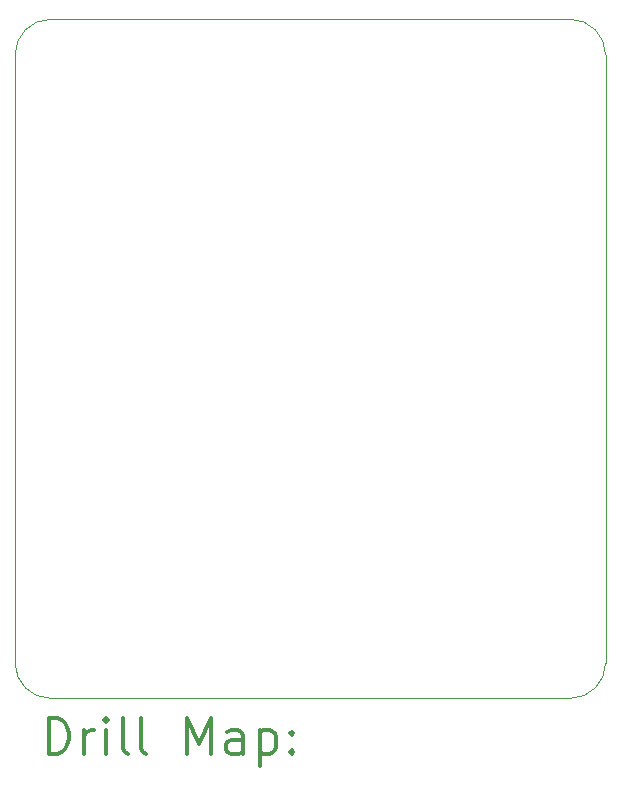
<source format=gbr>
%FSLAX45Y45*%
G04 Gerber Fmt 4.5, Leading zero omitted, Abs format (unit mm)*
G04 Created by KiCad (PCBNEW (5.1.10)-1) date 2021-12-14 19:18:38*
%MOMM*%
%LPD*%
G01*
G04 APERTURE LIST*
%TA.AperFunction,Profile*%
%ADD10C,0.050000*%
%TD*%
%ADD11C,0.200000*%
%ADD12C,0.300000*%
G04 APERTURE END LIST*
D10*
X12750000Y-6700000D02*
X17150000Y-6700000D01*
X12450000Y-12150000D02*
X12450000Y-7000000D01*
X17150000Y-12450000D02*
X12750000Y-12450000D01*
X17450000Y-7000000D02*
X17450000Y-12150000D01*
X12750000Y-12450000D02*
G75*
G02*
X12450000Y-12150000I0J300000D01*
G01*
X17450000Y-12150000D02*
G75*
G02*
X17150000Y-12450000I-300000J0D01*
G01*
X17150000Y-6700000D02*
G75*
G02*
X17450000Y-7000000I0J-300000D01*
G01*
X12450000Y-7000000D02*
G75*
G02*
X12750000Y-6700000I300000J0D01*
G01*
D11*
D12*
X12733928Y-12918214D02*
X12733928Y-12618214D01*
X12805357Y-12618214D01*
X12848214Y-12632500D01*
X12876786Y-12661071D01*
X12891071Y-12689643D01*
X12905357Y-12746786D01*
X12905357Y-12789643D01*
X12891071Y-12846786D01*
X12876786Y-12875357D01*
X12848214Y-12903929D01*
X12805357Y-12918214D01*
X12733928Y-12918214D01*
X13033928Y-12918214D02*
X13033928Y-12718214D01*
X13033928Y-12775357D02*
X13048214Y-12746786D01*
X13062500Y-12732500D01*
X13091071Y-12718214D01*
X13119643Y-12718214D01*
X13219643Y-12918214D02*
X13219643Y-12718214D01*
X13219643Y-12618214D02*
X13205357Y-12632500D01*
X13219643Y-12646786D01*
X13233928Y-12632500D01*
X13219643Y-12618214D01*
X13219643Y-12646786D01*
X13405357Y-12918214D02*
X13376786Y-12903929D01*
X13362500Y-12875357D01*
X13362500Y-12618214D01*
X13562500Y-12918214D02*
X13533928Y-12903929D01*
X13519643Y-12875357D01*
X13519643Y-12618214D01*
X13905357Y-12918214D02*
X13905357Y-12618214D01*
X14005357Y-12832500D01*
X14105357Y-12618214D01*
X14105357Y-12918214D01*
X14376786Y-12918214D02*
X14376786Y-12761071D01*
X14362500Y-12732500D01*
X14333928Y-12718214D01*
X14276786Y-12718214D01*
X14248214Y-12732500D01*
X14376786Y-12903929D02*
X14348214Y-12918214D01*
X14276786Y-12918214D01*
X14248214Y-12903929D01*
X14233928Y-12875357D01*
X14233928Y-12846786D01*
X14248214Y-12818214D01*
X14276786Y-12803929D01*
X14348214Y-12803929D01*
X14376786Y-12789643D01*
X14519643Y-12718214D02*
X14519643Y-13018214D01*
X14519643Y-12732500D02*
X14548214Y-12718214D01*
X14605357Y-12718214D01*
X14633928Y-12732500D01*
X14648214Y-12746786D01*
X14662500Y-12775357D01*
X14662500Y-12861071D01*
X14648214Y-12889643D01*
X14633928Y-12903929D01*
X14605357Y-12918214D01*
X14548214Y-12918214D01*
X14519643Y-12903929D01*
X14791071Y-12889643D02*
X14805357Y-12903929D01*
X14791071Y-12918214D01*
X14776786Y-12903929D01*
X14791071Y-12889643D01*
X14791071Y-12918214D01*
X14791071Y-12732500D02*
X14805357Y-12746786D01*
X14791071Y-12761071D01*
X14776786Y-12746786D01*
X14791071Y-12732500D01*
X14791071Y-12761071D01*
M02*

</source>
